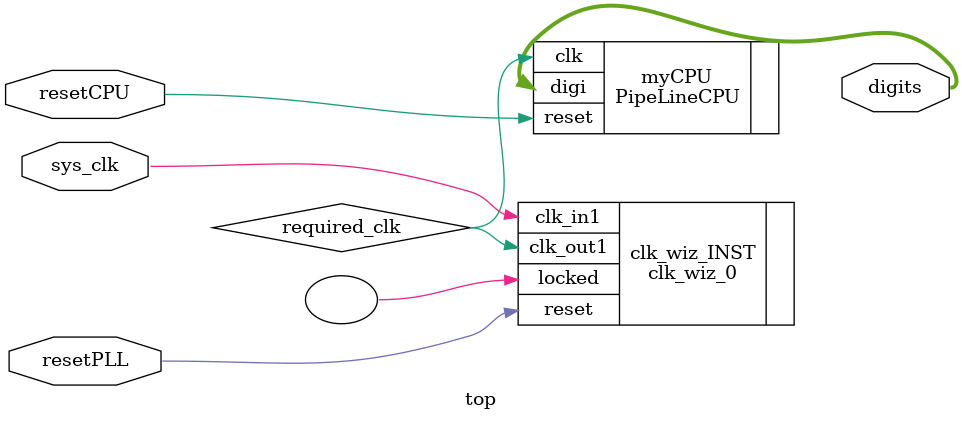
<source format=v>
`timescale 1ns / 1ps

module top(
    input sys_clk,
    input resetCPU,
    input resetPLL,
    output [11 : 0] digits
);

    wire required_clk;
    clk_wiz_0 clk_wiz_INST(
        .clk_out1(required_clk),
        .reset(resetPLL),
        .locked(),
        .clk_in1(sys_clk)
    );

    PipeLineCPU myCPU(
        .clk(required_clk),
        .reset(resetCPU),
        .digi(digits)
    );

endmodule

</source>
